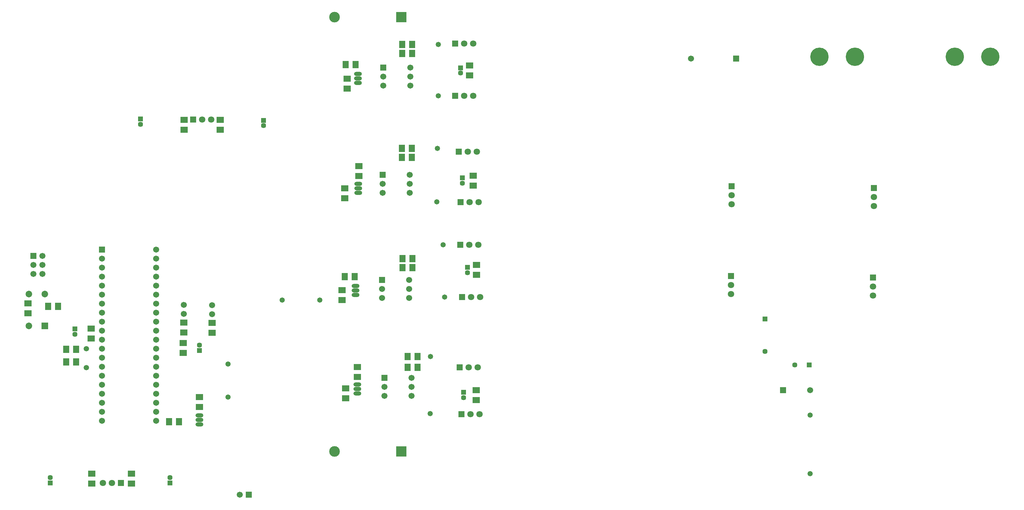
<source format=gbs>
%FSLAX23Y23*%
%MOIN*%
G70*
G01*
G75*
G04 Layer_Color=16711935*
%ADD10R,0.071X0.063*%
%ADD11R,0.063X0.071*%
%ADD12C,0.050*%
%ADD13C,0.020*%
%ADD14C,0.010*%
%ADD15C,0.100*%
%ADD16C,0.200*%
%ADD17R,0.120X0.083*%
%ADD18R,0.120X0.087*%
%ADD19R,0.120X0.090*%
%ADD20C,0.059*%
%ADD21C,0.063*%
%ADD22C,0.110*%
%ADD23R,0.110X0.110*%
%ADD24C,0.049*%
%ADD25R,0.049X0.049*%
%ADD26R,0.063X0.063*%
%ADD27C,0.059*%
%ADD28R,0.059X0.059*%
%ADD29R,0.063X0.063*%
%ADD30O,0.079X0.039*%
%ADD31O,0.079X0.039*%
%ADD32R,0.059X0.059*%
%ADD33C,0.051*%
%ADD34C,0.051*%
%ADD35R,0.059X0.059*%
%ADD36C,0.065*%
%ADD37R,0.065X0.065*%
%ADD38C,0.196*%
%ADD39C,0.049*%
%ADD40R,0.049X0.049*%
%ADD41C,0.050*%
%ADD42R,0.079X0.071*%
%ADD43R,0.071X0.079*%
%ADD44C,0.067*%
%ADD45C,0.071*%
%ADD46C,0.118*%
%ADD47R,0.118X0.118*%
%ADD48C,0.057*%
%ADD49R,0.057X0.057*%
%ADD50R,0.071X0.071*%
%ADD51C,0.067*%
%ADD52R,0.067X0.067*%
%ADD53R,0.071X0.071*%
%ADD54O,0.087X0.047*%
%ADD55O,0.087X0.047*%
%ADD56R,0.067X0.067*%
%ADD57C,0.059*%
%ADD58C,0.059*%
%ADD59R,0.067X0.067*%
%ADD60C,0.073*%
%ADD61R,0.073X0.073*%
%ADD62C,0.204*%
%ADD63C,0.057*%
%ADD64R,0.057X0.057*%
%ADD65C,0.058*%
D42*
X6508Y4783D02*
D03*
Y4672D02*
D03*
X6467Y6004D02*
D03*
Y5894D02*
D03*
X6541Y2403D02*
D03*
Y2293D02*
D03*
X6545Y3790D02*
D03*
Y3680D02*
D03*
X5222Y2659D02*
D03*
Y2549D02*
D03*
X5240Y4889D02*
D03*
Y4779D02*
D03*
X5052Y3512D02*
D03*
Y3402D02*
D03*
X5110Y5858D02*
D03*
Y5748D02*
D03*
X5092Y2421D02*
D03*
Y2311D02*
D03*
X5083Y4641D02*
D03*
Y4530D02*
D03*
X3705Y5401D02*
D03*
Y5291D02*
D03*
X3305Y5401D02*
D03*
Y5291D02*
D03*
X3473Y2326D02*
D03*
Y2216D02*
D03*
X2720Y1365D02*
D03*
Y1475D02*
D03*
X2280Y1365D02*
D03*
Y1475D02*
D03*
X1573Y3366D02*
D03*
Y3256D02*
D03*
X2273Y3086D02*
D03*
Y2976D02*
D03*
X3293Y2816D02*
D03*
Y2926D02*
D03*
X3299Y3153D02*
D03*
Y3043D02*
D03*
X3614Y3149D02*
D03*
Y3039D02*
D03*
D43*
X5720Y6237D02*
D03*
X5831D02*
D03*
Y6137D02*
D03*
X5720D02*
D03*
X5891Y2656D02*
D03*
X5781D02*
D03*
Y2776D02*
D03*
X5891D02*
D03*
X5827Y4984D02*
D03*
X5717D02*
D03*
Y5084D02*
D03*
X5827D02*
D03*
X5832Y3763D02*
D03*
X5722D02*
D03*
Y3863D02*
D03*
X5832D02*
D03*
X5085Y3660D02*
D03*
X5195D02*
D03*
X5095Y6015D02*
D03*
X5205D02*
D03*
X3138Y2051D02*
D03*
X3248D02*
D03*
X1908Y3331D02*
D03*
X1798D02*
D03*
X2108Y2716D02*
D03*
X1998D02*
D03*
X2108Y2856D02*
D03*
X1998D02*
D03*
D44*
X2393Y3761D02*
D03*
X1733Y3891D02*
D03*
X1633Y3791D02*
D03*
X1733D02*
D03*
X1633Y3691D02*
D03*
X1733D02*
D03*
X2993Y2061D02*
D03*
Y2161D02*
D03*
Y2261D02*
D03*
Y2361D02*
D03*
Y2461D02*
D03*
Y2561D02*
D03*
Y2661D02*
D03*
Y2761D02*
D03*
Y2861D02*
D03*
Y2961D02*
D03*
Y3061D02*
D03*
Y3161D02*
D03*
Y3261D02*
D03*
Y3361D02*
D03*
Y3461D02*
D03*
Y3561D02*
D03*
Y3661D02*
D03*
Y3761D02*
D03*
Y3861D02*
D03*
Y3961D02*
D03*
X2393Y2061D02*
D03*
Y2161D02*
D03*
Y2261D02*
D03*
Y2361D02*
D03*
Y2461D02*
D03*
Y2561D02*
D03*
Y2661D02*
D03*
Y2761D02*
D03*
Y2861D02*
D03*
Y2961D02*
D03*
Y3061D02*
D03*
Y3161D02*
D03*
Y3261D02*
D03*
Y3361D02*
D03*
Y3461D02*
D03*
Y3561D02*
D03*
Y3661D02*
D03*
Y3861D02*
D03*
X3299Y3348D02*
D03*
Y3248D02*
D03*
X3614Y3344D02*
D03*
Y3244D02*
D03*
X3920Y1240D02*
D03*
D45*
X10946Y4546D02*
D03*
X9371Y4564D02*
D03*
X6456Y2656D02*
D03*
X6556D02*
D03*
X10946Y4446D02*
D03*
X6476Y2136D02*
D03*
X6576D02*
D03*
X6465Y4015D02*
D03*
X6565D02*
D03*
X10937Y3551D02*
D03*
Y3451D02*
D03*
X6485Y3435D02*
D03*
X6585D02*
D03*
X6407Y6249D02*
D03*
X6507D02*
D03*
X9371Y4464D02*
D03*
X6407Y5669D02*
D03*
X6507D02*
D03*
X6448Y5048D02*
D03*
X6548D02*
D03*
X9362Y3569D02*
D03*
Y3469D02*
D03*
X6468Y4488D02*
D03*
X6568D02*
D03*
X2505Y1372D02*
D03*
X2405D02*
D03*
X3505Y5406D02*
D03*
X3605D02*
D03*
D46*
X4969Y1720D02*
D03*
Y6540D02*
D03*
D47*
X5711Y1720D02*
D03*
Y6540D02*
D03*
D48*
X6401Y2319D02*
D03*
X6445Y3706D02*
D03*
X6367Y5920D02*
D03*
X6388Y4698D02*
D03*
X3147Y1432D02*
D03*
X1820Y1430D02*
D03*
X2093Y3021D02*
D03*
X3473Y2901D02*
D03*
X2820Y5350D02*
D03*
X4185Y5337D02*
D03*
X10070Y2680D02*
D03*
D49*
X6401Y2378D02*
D03*
X6445Y3765D02*
D03*
X6367Y5979D02*
D03*
X6388Y4757D02*
D03*
X3147Y1373D02*
D03*
X1820Y1370D02*
D03*
X2093Y3081D02*
D03*
X3473Y2841D02*
D03*
X2820Y5410D02*
D03*
X4185Y5396D02*
D03*
X9740Y3190D02*
D03*
D50*
X6356Y2656D02*
D03*
X6376Y2136D02*
D03*
X6365Y4015D02*
D03*
X6385Y3435D02*
D03*
X6307Y6249D02*
D03*
Y5669D02*
D03*
X6348Y5048D02*
D03*
X6368Y4488D02*
D03*
X2605Y1372D02*
D03*
X3405Y5406D02*
D03*
D51*
X5822Y2337D02*
D03*
Y2437D02*
D03*
Y2537D02*
D03*
X5522Y2337D02*
D03*
Y2437D02*
D03*
X5796Y3426D02*
D03*
Y3526D02*
D03*
Y3626D02*
D03*
X5496Y3426D02*
D03*
Y3526D02*
D03*
X5810Y5780D02*
D03*
Y5880D02*
D03*
Y5980D02*
D03*
X5510Y5780D02*
D03*
Y5880D02*
D03*
X5802Y4592D02*
D03*
Y4692D02*
D03*
Y4792D02*
D03*
X5502Y4592D02*
D03*
Y4692D02*
D03*
X8920Y6080D02*
D03*
X10240Y2400D02*
D03*
D52*
X5522Y2537D02*
D03*
X5496Y3626D02*
D03*
X5510Y5980D02*
D03*
X5502Y4792D02*
D03*
D53*
X10946Y4646D02*
D03*
X10937Y3651D02*
D03*
X9371Y4664D02*
D03*
X9362Y3669D02*
D03*
D54*
X5222Y2464D02*
D03*
X5203Y3557D02*
D03*
X5230Y5913D02*
D03*
X5233Y4690D02*
D03*
X3473Y2121D02*
D03*
D55*
X5222Y2414D02*
D03*
Y2364D02*
D03*
X5203Y3507D02*
D03*
Y3457D02*
D03*
X5230Y5863D02*
D03*
Y5813D02*
D03*
X5233Y4640D02*
D03*
Y4590D02*
D03*
X3473Y2071D02*
D03*
Y2021D02*
D03*
D56*
X1633Y3891D02*
D03*
D57*
X2220Y2861D02*
D03*
D58*
Y2650D02*
D03*
D59*
X2393Y3961D02*
D03*
X4020Y1240D02*
D03*
X9420Y6080D02*
D03*
X9940Y2400D02*
D03*
D60*
X1761Y3468D02*
D03*
X1584D02*
D03*
Y3114D02*
D03*
D61*
X1761D02*
D03*
D62*
X10343Y6100D02*
D03*
X10737D02*
D03*
X11843D02*
D03*
X12237D02*
D03*
D63*
X9740Y2830D02*
D03*
D64*
X10230Y2680D02*
D03*
D65*
X3790Y2690D02*
D03*
X3791Y2326D02*
D03*
X4390Y3400D02*
D03*
X4807Y3402D02*
D03*
X10240Y1475D02*
D03*
Y2125D02*
D03*
X6120Y6237D02*
D03*
Y5669D02*
D03*
X6110Y5084D02*
D03*
X6105Y4490D02*
D03*
X6175Y4015D02*
D03*
X6190Y3435D02*
D03*
X6030Y2140D02*
D03*
X6035Y2776D02*
D03*
M02*

</source>
